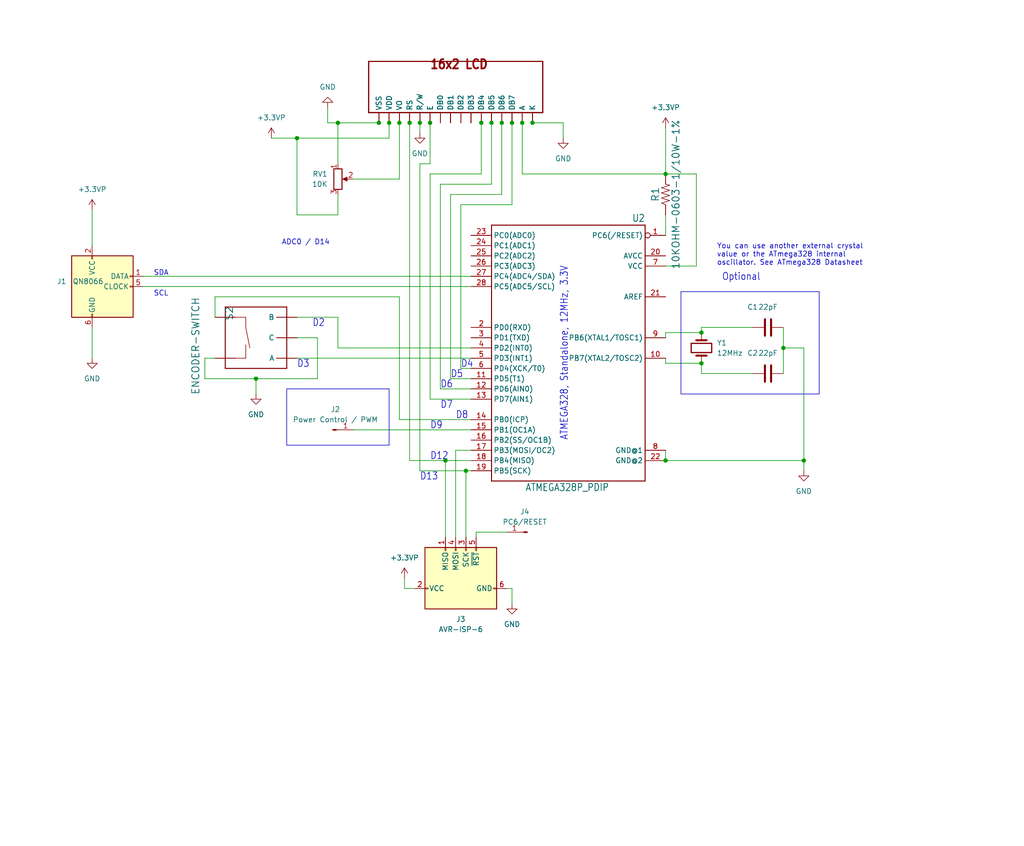
<source format=kicad_sch>
(kicad_sch (version 20230121) (generator eeschema)
  (paper "User" 254 210.007)
  (title_block (title "ATMEGA328 STANDALONE WITH LCD16x2, ENCODER AND QN8066") (company "Ricardo Lima Caratti"))
  (lib_symbols
    (symbol "Connector:AVR-ISP-6" (pin_names (offset 1.016))
      (property "Reference" "J" (at -6.35 11.43 0))
      (property "Value" "AVR-ISP-6" (at 0 11.43 0))
      (symbol "AVR-ISP-6_0_1"
        (rectangle (start -2.667 -6.858) (end -2.413 -7.62))
        (rectangle (start -2.667 10.16) (end -2.413 9.398))
        (rectangle (start 7.62 -2.413) (end 6.858 -2.667))
        (rectangle (start 7.62 0.127) (end 6.858 -0.127))
        (rectangle (start 7.62 2.667) (end 6.858 2.413))
        (rectangle (start 7.62 5.207) (end 6.858 4.953))
        (rectangle (start 7.62 10.16) (end -7.62 -7.62) (stroke (width 0.254)) (fill (type background)))
      )
      (symbol "AVR-ISP-6_1_1"
        (pin passive line (at 10.16 5.08 180) (length 2.54) (name "MISO") (number "1"))
        (pin passive line (at -2.54 12.7 270) (length 2.54) (name "VCC") (number "2"))
        (pin passive line (at 10.16 0 180) (length 2.54) (name "SCK") (number "3"))
        (pin passive line (at 10.16 2.54 180) (length 2.54) (name "MOSI") (number "4"))
        (pin passive line (at 10.16 -2.54 180) (length 2.54) (name "~{RST}") (number "5"))
        (pin passive line (at -2.54 -10.16 90) (length 2.54) (name "GND") (number "6"))
      )
    )
    (symbol "Connector:AVR-PDI-6" (pin_names (offset 1.016))
      (property "Reference" "J" (at -6.35 8.89 0))
      (property "Value" "AVR-PDI-6" (at 0 8.89 0))
      (symbol "AVR-PDI-6_0_1"
        (rectangle (start -2.667 -6.858) (end -2.413 -7.62))
        (rectangle (start -2.667 7.62) (end -2.413 6.858))
        (rectangle (start 7.62 0.127) (end 6.858 -0.127))
        (rectangle (start 7.62 2.667) (end 6.858 2.413))
        (rectangle (start 7.62 7.62) (end -7.62 -7.62) (stroke (width 0.254)) (fill (type background)))
      )
      (symbol "AVR-PDI-6_1_1"
        (pin passive line (at 10.16 2.54 180) (length 2.54) (name "DATA") (number "1"))
        (pin passive line (at -2.54 10.16 270) (length 2.54) (name "VCC") (number "2"))
        (pin no_connect line (at 7.62 -2.54 180) (length 2.54) hide (name "NC") (number "3"))
        (pin no_connect line (at 7.62 -5.08 180) (length 2.54) hide (name "NC") (number "4"))
        (pin passive line (at 10.16 0 180) (length 2.54) (name "CLOCK") (number "5"))
        (pin passive line (at -2.54 -10.16 90) (length 2.54) (name "GND") (number "6"))
      )
    )
    (symbol "Connector:Conn_01x01_Pin" (pin_names (offset 1.016) hide)
      (property "Reference" "J" (at 0 2.54 0))
      (property "Value" "Conn_01x01_Pin" (at 0 -2.54 0))
      (symbol "Conn_01x01_Pin_1_1"
        (polyline (pts (xy 1.27 0) (xy 0.8636 0)) (stroke (width 0.1524)))
        (rectangle (start 0.8636 0.127) (end 0 -0.127) (stroke (width 0.1524)) (fill (type outline)))
        (pin passive line (at 5.08 0 180) (length 3.81) (name "Pin_1") (number "1"))
      )
    )
    (symbol "Device:C" (pin_numbers hide) (pin_names (offset 0.254))
      (property "Reference" "C" (at 0.635 2.54 0))
      (property "Value" "C" (at 0.635 -2.54 0))
      (symbol "C_0_1"
        (polyline (pts (xy -2.032 -0.762) (xy 2.032 -0.762)) (stroke (width 0.508)))
        (polyline (pts (xy -2.032 0.762) (xy 2.032 0.762)) (stroke (width 0.508)))
      )
      (symbol "C_1_1"
        (pin passive line (at 0 3.81 270) (length 2.794) (name "~") (number "1"))
        (pin passive line (at 0 -3.81 90) (length 2.794) (name "~") (number "2"))
      )
    )
    (symbol "Device:Crystal" (pin_numbers hide) (pin_names (offset 1.016) hide)
      (property "Reference" "Y" (at 0 3.81 0))
      (property "Value" "Crystal" (at 0 -3.81 0))
      (symbol "Crystal_0_1"
        (rectangle (start -1.143 2.54) (end 1.143 -2.54) (stroke (width 0.3048)))
        (polyline (pts (xy -2.54 0) (xy -1.905 0)))
        (polyline (pts (xy -1.905 -1.27) (xy -1.905 1.27)) (stroke (width 0.508)))
        (polyline (pts (xy 1.905 -1.27) (xy 1.905 1.27)) (stroke (width 0.508)))
        (polyline (pts (xy 2.54 0) (xy 1.905 0)))
      )
      (symbol "Crystal_1_1"
        (pin passive line (at -3.81 0 0) (length 1.27) (name "1") (number "1"))
        (pin passive line (at 3.81 0 180) (length 1.27) (name "2") (number "2"))
      )
    )
    (symbol "Device:R_Potentiometer" (pin_names (offset 1.016) hide)
      (property "Reference" "RV" (at -4.445 0 90))
      (property "Value" "R_Potentiometer" (at -2.54 0 90))
      (symbol "R_Potentiometer_0_1"
        (polyline (pts (xy 2.54 0) (xy 1.524 0)))
        (polyline (pts (xy 1.143 0) (xy 2.286 0.508) (xy 2.286 -0.508) (xy 1.143 0)) (fill (type outline)))
        (rectangle (start 1.016 2.54) (end -1.016 -2.54) (stroke (width 0.254)))
      )
      (symbol "R_Potentiometer_1_1"
        (pin passive line (at 0 3.81 270) (length 1.27) (name "1") (number "1"))
        (pin passive line (at 3.81 0 180) (length 1.27) (name "2") (number "2"))
        (pin passive line (at 0 -3.81 90) (length 1.27) (name "3") (number "3"))
      )
    )
    (symbol "power:+3.3VP" (power) (pin_names (offset 0))
      (property "Value" "+3.3VP" (at 0 2.54 0))
      (symbol "+3.3VP_0_0"
        (pin power_in line (at 0 0 90) (length 0) hide (name "+3.3VP") (number "1"))
      )
      (symbol "+3.3VP_0_1"
        (polyline (pts (xy -0.762 1.27) (xy 0 2.54)))
        (polyline (pts (xy 0 0) (xy 0 2.54)))
        (polyline (pts (xy 0 2.54) (xy 0.762 1.27)))
      )
    )
    (symbol "power:GND" (power) (pin_names (offset 0))
      (property "Value" "GND" (at 0 -3.81 0))
      (symbol "GND_0_1"
        (polyline (pts (xy 0 0) (xy 0 -1.27) (xy 1.27 -1.27) (xy 0 -2.54) (xy -1.27 -1.27) (xy 0 -1.27)))
      )
      (symbol "GND_1_1"
        (pin power_in line (at 0 0 270) (length 0) hide (name "GND") (number "1"))
      )
    )
    (symbol "schematic_basic_atmega328_standalone_12MHz_LCD16x2-eagle-import:10KOHM-0603-1/10W-1%"
      (property "Reference" "R" (at 0 1.524 0))
      (symbol "10KOHM-0603-1/10W-1%_1_0"
        (polyline (pts (xy -2.54 0) (xy -2.159 1.016)) (stroke (width 0.1524)))
        (polyline (pts (xy -2.159 1.016) (xy -1.524 -1.016)) (stroke (width 0.1524)))
        (polyline (pts (xy -1.524 -1.016) (xy -0.889 1.016)) (stroke (width 0.1524)))
        (polyline (pts (xy -0.889 1.016) (xy -0.254 -1.016)) (stroke (width 0.1524)))
        (polyline (pts (xy -0.254 -1.016) (xy 0.381 1.016)) (stroke (width 0.1524)))
        (polyline (pts (xy 0.381 1.016) (xy 1.016 -1.016)) (stroke (width 0.1524)))
        (polyline (pts (xy 1.016 -1.016) (xy 1.651 1.016)) (stroke (width 0.1524)))
        (polyline (pts (xy 1.651 1.016) (xy 2.286 -1.016)) (stroke (width 0.1524)))
        (polyline (pts (xy 2.286 -1.016) (xy 2.54 0)) (stroke (width 0.1524)))
        (pin passive line (at -5.08 0 0) (length 2.54) (name "1") (number "1"))
        (pin passive line (at 5.08 0 180) (length 2.54) (name "2") (number "2"))
      )
    )
    (symbol "schematic_basic_atmega328_standalone_12MHz_LCD16x2-eagle-import:ATMEGA328P_PDIP"
      (property "Reference" "U" (at -17.78 28.702 0))
      (symbol "ATMEGA328P_PDIP_1_0"
        (polyline (pts (xy -17.78 -35.56) (xy -17.78 27.94)) (stroke (width 0.254)))
        (polyline (pts (xy -17.78 27.94) (xy 20.32 27.94)) (stroke (width 0.254)))
        (polyline (pts (xy 20.32 -35.56) (xy -17.78 -35.56)) (stroke (width 0.254)))
        (polyline (pts (xy 20.32 27.94) (xy 20.32 -35.56)) (stroke (width 0.254)))
        (pin bidirectional inverted (at -22.86 25.4 0) (length 5.08) (name "PC6(/RESET)") (number "1"))
        (pin bidirectional line (at -22.86 -5.08 0) (length 5.08) (name "PB7(XTAL2/TOSC2)") (number "10"))
        (pin bidirectional line (at 25.4 -10.16 180) (length 5.08) (name "PD5(T1)") (number "11"))
        (pin bidirectional line (at 25.4 -12.7 180) (length 5.08) (name "PD6(AIN0)") (number "12"))
        (pin bidirectional line (at 25.4 -15.24 180) (length 5.08) (name "PD7(AIN1)") (number "13"))
        (pin bidirectional line (at 25.4 -20.32 180) (length 5.08) (name "PB0(ICP)") (number "14"))
        (pin bidirectional line (at 25.4 -22.86 180) (length 5.08) (name "PB1(OC1A)") (number "15"))
        (pin bidirectional line (at 25.4 -25.4 180) (length 5.08) (name "PB2(SS/OC1B)") (number "16"))
        (pin bidirectional line (at 25.4 -27.94 180) (length 5.08) (name "PB3(MOSI/OC2)") (number "17"))
        (pin bidirectional line (at 25.4 -30.48 180) (length 5.08) (name "PB4(MISO)") (number "18"))
        (pin bidirectional line (at 25.4 -33.02 180) (length 5.08) (name "PB5(SCK)") (number "19"))
        (pin bidirectional line (at 25.4 2.54 180) (length 5.08) (name "PD0(RXD)") (number "2"))
        (pin bidirectional line (at -22.86 20.32 0) (length 5.08) (name "AVCC") (number "20"))
        (pin bidirectional line (at -22.86 10.16 0) (length 5.08) (name "AREF") (number "21"))
        (pin bidirectional line (at -22.86 -30.48 0) (length 5.08) (name "GND@2") (number "22"))
        (pin bidirectional line (at 25.4 25.4 180) (length 5.08) (name "PC0(ADC0)") (number "23"))
        (pin bidirectional line (at 25.4 22.86 180) (length 5.08) (name "PC1(ADC1)") (number "24"))
        (pin bidirectional line (at 25.4 20.32 180) (length 5.08) (name "PC2(ADC2)") (number "25"))
        (pin bidirectional line (at 25.4 17.78 180) (length 5.08) (name "PC3(ADC3)") (number "26"))
        (pin bidirectional line (at 25.4 15.24 180) (length 5.08) (name "PC4(ADC4/SDA)") (number "27"))
        (pin bidirectional line (at 25.4 12.7 180) (length 5.08) (name "PC5(ADC5/SCL)") (number "28"))
        (pin bidirectional line (at 25.4 0 180) (length 5.08) (name "PD1(TXD)") (number "3"))
        (pin bidirectional line (at 25.4 -2.54 180) (length 5.08) (name "PD2(INT0)") (number "4"))
        (pin bidirectional line (at 25.4 -5.08 180) (length 5.08) (name "PD3(INT1)") (number "5"))
        (pin bidirectional line (at 25.4 -7.62 180) (length 5.08) (name "PD4(XCK/T0)") (number "6"))
        (pin bidirectional line (at -22.86 17.78 0) (length 5.08) (name "VCC") (number "7"))
        (pin bidirectional line (at -22.86 -27.94 0) (length 5.08) (name "GND@1") (number "8"))
        (pin bidirectional line (at -22.86 0 0) (length 5.08) (name "PB6(XTAL1/TOSC1)") (number "9"))
      )
    )
    (symbol "schematic_basic_atmega328_standalone_12MHz_LCD16x2-eagle-import:ENCODER-SWITCH"
      (property "Reference" "S" (at -7.62 7.874 0))
      (symbol "ENCODER-SWITCH_1_0"
        (polyline (pts (xy -7.62 -7.62) (xy -7.62 7.62)) (stroke (width 0.254)))
        (polyline (pts (xy -7.62 7.62) (xy 7.62 7.62)) (stroke (width 0.254)))
        (polyline (pts (xy -5.08 -5.08) (xy -2.54 -5.08)) (stroke (width 0.1524)))
        (polyline (pts (xy -5.08 5.08) (xy -2.54 5.08)) (stroke (width 0.1524)))
        (polyline (pts (xy -2.54 -5.08) (xy -2.54 -1.778)) (stroke (width 0.1524)))
        (polyline (pts (xy -2.54 2.54) (xy -1.524 -2.54)) (stroke (width 0.1524)))
        (polyline (pts (xy -2.54 5.08) (xy -2.54 2.54)) (stroke (width 0.1524)))
        (polyline (pts (xy 7.62 -7.62) (xy -7.62 -7.62)) (stroke (width 0.254)))
        (polyline (pts (xy 7.62 7.62) (xy 7.62 -7.62)) (stroke (width 0.254)))
        (pin bidirectional line (at 10.16 -5.08 180) (length 5.08) (name "A") (number "A"))
        (pin bidirectional line (at 10.16 5.08 180) (length 5.08) (name "B") (number "B"))
        (pin bidirectional line (at 10.16 0 180) (length 5.08) (name "C") (number "C"))
        (pin bidirectional line (at -10.16 5.08 0) (length 5.08) (name "SW+") (number "SW+"))
        (pin bidirectional line (at -10.16 -5.08 0) (length 5.08) (name "SW-") (number "SW-"))
      )
    )
    (symbol "schematic_basic_atmega328_standalone_12MHz_LCD16x2-eagle-import:LCD-16X2SILK"
      (symbol "LCD-16X2SILK_1_0"
        (polyline (pts (xy -7.62 -20.32) (xy 5.08 -20.32)) (stroke (width 0.254)))
        (polyline (pts (xy -7.62 22.86) (xy -7.62 -20.32)) (stroke (width 0.254)))
        (polyline (pts (xy 5.08 -20.32) (xy 5.08 22.86)) (stroke (width 0.254)))
        (polyline (pts (xy 5.08 22.86) (xy -7.62 22.86)) (stroke (width 0.254)))
        (text "16x2 LCD" (at 3.048 -6.858 900) (effects (font (size 2.286 1.9431) (thickness 0.3886) bold) (justify left bottom)))
        (pin power_in line (at -10.16 20.32 0) (length 2.54) (name "VSS") (number "1"))
        (pin bidirectional line (at -10.16 -2.54 0) (length 2.54) (name "DB3") (number "10"))
        (pin bidirectional line (at -10.16 -5.08 0) (length 2.54) (name "DB4") (number "11"))
        (pin bidirectional line (at -10.16 -7.62 0) (length 2.54) (name "DB5") (number "12"))
        (pin bidirectional line (at -10.16 -10.16 0) (length 2.54) (name "DB6") (number "13"))
        (pin bidirectional line (at -10.16 -12.7 0) (length 2.54) (name "DB7") (number "14"))
        (pin power_in line (at -10.16 -15.24 0) (length 2.54) (name "A") (number "15"))
        (pin power_in line (at -10.16 -17.78 0) (length 2.54) (name "K") (number "16"))
        (pin power_in line (at -10.16 17.78 0) (length 2.54) (name "VDD") (number "2"))
        (pin bidirectional line (at -10.16 15.24 0) (length 2.54) (name "VO") (number "3"))
        (pin input line (at -10.16 12.7 0) (length 2.54) (name "RS") (number "4"))
        (pin input line (at -10.16 10.16 0) (length 2.54) (name "R/W") (number "5"))
        (pin input line (at -10.16 7.62 0) (length 2.54) (name "E") (number "6"))
        (pin bidirectional line (at -10.16 5.08 0) (length 2.54) (name "DB0") (number "7"))
        (pin bidirectional line (at -10.16 2.54 0) (length 2.54) (name "DB1") (number "8"))
        (pin bidirectional line (at -10.16 0 0) (length 2.54) (name "DB2") (number "9"))
      )
    )
  )
  (junction (at 106.68 30.48))
  (junction (at 121.92 30.48))
  (junction (at 173.99 82.55))
  (junction (at 119.38 30.48))
  (junction (at 129.54 30.48))
  (junction (at 99.06 30.48))
  (junction (at 96.52 30.48))
  (junction (at 165.1 43.18))
  (junction (at 63.5 93.98))
  (junction (at 93.98 30.48))
  (junction (at 115.57 116.84))
  (junction (at 127 30.48))
  (junction (at 104.14 30.48))
  (junction (at 101.6 30.48))
  (junction (at 165.1 114.3))
  (junction (at 173.99 90.17))
  (junction (at 83.82 30.48))
  (junction (at 199.39 114.3))
  (junction (at 132.08 30.48))
  (junction (at 124.46 30.48))
  (junction (at 110.49 114.3))
  (junction (at 73.66 34.29))
  (junction (at 194.31 86.36))
  (wire (pts (xy 104.14 116.84) (xy 115.57 116.84)) (stroke (width 0.1524)))
  (wire (pts (xy 87.63 44.45) (xy 99.06 44.45)))
  (wire (pts (xy 63.5 93.98) (xy 78.74 93.98)) (stroke (width 0.1524)))
  (wire (pts (xy 186.69 81.28) (xy 173.99 81.28)))
  (wire (pts (xy 116.84 86.36) (xy 83.82 86.36)) (stroke (width 0.1524)))
  (wire (pts (xy 118.11 133.35) (xy 118.11 132.08)))
  (wire (pts (xy 87.63 106.68) (xy 116.84 106.68)))
  (wire (pts (xy 121.92 45.72) (xy 109.22 45.72)) (stroke (width 0.1524)))
  (wire (pts (xy 139.7 34.29) (xy 139.7 30.48)))
  (wire (pts (xy 110.49 114.3) (xy 110.49 133.35)))
  (wire (pts (xy 127 50.8) (xy 114.3 50.8)) (stroke (width 0.1524)))
  (wire (pts (xy 186.69 92.71) (xy 173.99 92.71)))
  (wire (pts (xy 139.7 30.48) (xy 132.08 30.48)))
  (wire (pts (xy 114.3 91.44) (xy 116.84 91.44)) (stroke (width 0.1524)))
  (wire (pts (xy 111.76 93.98) (xy 116.84 93.98)) (stroke (width 0.1524)))
  (wire (pts (xy 110.49 114.3) (xy 101.6 114.3)) (stroke (width 0.1524)))
  (wire (pts (xy 83.82 53.34) (xy 73.66 53.34)))
  (wire (pts (xy 115.57 116.84) (xy 115.57 133.35)))
  (wire (pts (xy 129.54 43.18) (xy 165.1 43.18)) (stroke (width 0.1524)))
  (wire (pts (xy 114.3 50.8) (xy 114.3 91.44)) (stroke (width 0.1524)))
  (wire (pts (xy 83.82 78.74) (xy 83.82 86.36)) (stroke (width 0.1524)))
  (wire (pts (xy 116.84 88.9) (xy 73.66 88.9)) (stroke (width 0.1524)))
  (wire (pts (xy 165.1 90.17) (xy 173.99 90.17)))
  (wire (pts (xy 104.14 29.21) (xy 104.14 30.48)))
  (wire (pts (xy 22.86 81.28) (xy 22.86 88.9)))
  (wire (pts (xy 165.1 114.3) (xy 199.39 114.3)) (stroke (width 0.1524)))
  (wire (pts (xy 172.72 43.18) (xy 165.1 43.18)) (stroke (width 0.1524)))
  (wire (pts (xy 119.38 30.48) (xy 119.38 43.18)) (stroke (width 0.1524)))
  (wire (pts (xy 106.68 30.48) (xy 106.68 40.64)) (stroke (width 0.1524)))
  (wire (pts (xy 172.72 66.04) (xy 172.72 43.18)) (stroke (width 0.1524)))
  (wire (pts (xy 109.22 45.72) (xy 109.22 96.52)) (stroke (width 0.1524)))
  (wire (pts (xy 109.22 96.52) (xy 116.84 96.52)) (stroke (width 0.1524)))
  (wire (pts (xy 83.82 48.26) (xy 83.82 53.34)))
  (wire (pts (xy 173.99 81.28) (xy 173.99 82.55)))
  (wire (pts (xy 104.14 40.64) (xy 104.14 116.84)) (stroke (width 0.1524)))
  (wire (pts (xy 199.39 114.3) (xy 199.39 86.36)))
  (wire (pts (xy 165.1 53.34) (xy 165.1 58.42)) (stroke (width 0.1524)))
  (wire (pts (xy 165.1 83.82) (xy 165.1 82.55)))
  (wire (pts (xy 125.73 146.05) (xy 127 146.05)))
  (wire (pts (xy 67.31 34.29) (xy 73.66 34.29)))
  (wire (pts (xy 165.1 66.04) (xy 172.72 66.04)) (stroke (width 0.1524)))
  (wire (pts (xy 99.06 73.66) (xy 53.34 73.66)))
  (wire (pts (xy 81.28 26.67) (xy 81.28 30.48)))
  (wire (pts (xy 116.84 68.58) (xy 40.64 68.58)) (stroke (width 0.1524)))
  (wire (pts (xy 106.68 40.64) (xy 104.14 40.64)) (stroke (width 0.1524)))
  (wire (pts (xy 50.8 93.98) (xy 63.5 93.98)) (stroke (width 0.1524)))
  (wire (pts (xy 101.6 114.3) (xy 101.6 30.48)) (stroke (width 0.1524)))
  (wire (pts (xy 53.34 73.66) (xy 53.34 78.74)))
  (wire (pts (xy 129.54 30.48) (xy 129.54 43.18)) (stroke (width 0.1524)))
  (wire (pts (xy 73.66 78.74) (xy 83.82 78.74)) (stroke (width 0.1524)))
  (wire (pts (xy 165.1 88.9) (xy 165.1 90.17)))
  (wire (pts (xy 81.28 30.48) (xy 83.82 30.48)))
  (wire (pts (xy 96.52 34.29) (xy 96.52 30.48)))
  (wire (pts (xy 116.84 114.3) (xy 110.49 114.3)) (stroke (width 0.1524)))
  (wire (pts (xy 173.99 92.71) (xy 173.99 90.17)))
  (wire (pts (xy 115.57 116.84) (xy 116.84 116.84)) (stroke (width 0.1524)))
  (wire (pts (xy 35.56 68.58) (xy 40.64 68.58)))
  (wire (pts (xy 165.1 82.55) (xy 173.99 82.55)))
  (wire (pts (xy 121.92 30.48) (xy 121.92 45.72)) (stroke (width 0.1524)))
  (wire (pts (xy 199.39 86.36) (xy 194.31 86.36)))
  (wire (pts (xy 78.74 83.82) (xy 78.74 93.98)) (stroke (width 0.1524)))
  (wire (pts (xy 111.76 48.26) (xy 111.76 93.98)) (stroke (width 0.1524)))
  (wire (pts (xy 102.87 146.05) (xy 100.33 146.05)))
  (wire (pts (xy 63.5 93.98) (xy 63.5 97.79)))
  (wire (pts (xy 73.66 34.29) (xy 96.52 34.29)))
  (wire (pts (xy 165.1 111.76) (xy 165.1 114.3)) (stroke (width 0.1524)))
  (wire (pts (xy 127 30.48) (xy 127 50.8)) (stroke (width 0.1524)))
  (wire (pts (xy 165.1 31.75) (xy 165.1 43.18)))
  (wire (pts (xy 113.03 111.76) (xy 116.84 111.76)))
  (wire (pts (xy 118.11 132.08) (xy 125.73 132.08)))
  (wire (pts (xy 199.39 114.3) (xy 199.39 116.84)) (stroke (width 0.1524)))
  (wire (pts (xy 106.68 43.18) (xy 106.68 99.06)) (stroke (width 0.1524)))
  (wire (pts (xy 22.86 52.07) (xy 22.86 60.96)))
  (wire (pts (xy 73.66 83.82) (xy 78.74 83.82)) (stroke (width 0.1524)))
  (wire (pts (xy 73.66 53.34) (xy 73.66 34.29)))
  (wire (pts (xy 127 146.05) (xy 127 149.86)))
  (wire (pts (xy 35.56 71.12) (xy 116.84 71.12)))
  (wire (pts (xy 104.14 30.48) (xy 104.14 33.02)))
  (wire (pts (xy 124.46 48.26) (xy 111.76 48.26)) (stroke (width 0.1524)))
  (wire (pts (xy 116.84 104.14) (xy 99.06 104.14)))
  (wire (pts (xy 53.34 88.9) (xy 50.8 88.9)) (stroke (width 0.1524)))
  (wire (pts (xy 83.82 30.48) (xy 83.82 40.64)))
  (wire (pts (xy 113.03 133.35) (xy 113.03 111.76)))
  (wire (pts (xy 99.06 30.48) (xy 99.06 44.45)))
  (wire (pts (xy 99.06 104.14) (xy 99.06 73.66)))
  (wire (pts (xy 106.68 99.06) (xy 116.84 99.06)) (stroke (width 0.1524)))
  (wire (pts (xy 50.8 88.9) (xy 50.8 93.98)) (stroke (width 0.1524)))
  (wire (pts (xy 194.31 86.36) (xy 194.31 92.71)))
  (wire (pts (xy 83.82 30.48) (xy 93.98 30.48)))
  (wire (pts (xy 100.33 146.05) (xy 100.33 143.51)))
  (wire (pts (xy 194.31 81.28) (xy 194.31 86.36)))
  (wire (pts (xy 119.38 43.18) (xy 106.68 43.18)) (stroke (width 0.1524)))
  (wire (pts (xy 124.46 30.48) (xy 124.46 48.26)) (stroke (width 0.1524)))
  (rectangle (start 168.91 72.39) (end 203.2 97.79))
  (rectangle (start 71.12 96.52) (end 96.52 110.49))
  (text "D6" (at 109.22 96.52 0) (effects (font (size 1.778 1.5113)) (justify left bottom)))
  (text "SDA" (at 38.1 68.58 0) (effects (font (size 1.27 1.27)) (justify left bottom)))
  (text "D12" (at 106.68 114.3 0) (effects (font (size 1.778 1.5113)) (justify left bottom)))
  (text "D13" (at 104.14 119.38 0) (effects (font (size 1.778 1.5113)) (justify left bottom)))
  (text "D9" (at 106.68 106.68 0) (effects (font (size 1.778 1.5113)) (justify left bottom)))
  (text "D3" (at 73.66 91.44 0) (effects (font (size 1.778 1.5113)) (justify left bottom)))
  (text "D8" (at 113.03 104.14 0) (effects (font (size 1.778 1.5113)) (justify left bottom)))
  (text "ADC0 / D14" (at 69.85 60.96 0) (effects (font (size 1.27 1.27)) (justify left bottom)))
  (text "D4" (at 114.3 91.44 0) (effects (font (size 1.778 1.5113)) (justify left bottom)))
  (text "ATMEGA328, Standalone, 12MHz, 3.3V" (at 140.97 66.04 90) (effects (font (size 1.778 1.5113)) (justify right bottom)))
  (text "D7" (at 109.22 101.6 0) (effects (font (size 1.778 1.5113)) (justify left bottom)))
  (text "D2" (at 77.47 81.28 0) (effects (font (size 1.778 1.5113)) (justify left bottom)))
  (text "Optional" (at 179.07 69.85 0) (effects (font (size 1.778 1.5113)) (justify left bottom)))
  (text "You can use another external crystal\nvalue or the ATmega328 internal \noscillator. See ATmega328 Datasheet" (at 177.8 66.04 0) (effects (font (size 1.27 1.27)) (justify left bottom)))
  (text "D5" (at 111.76 93.98 0) (effects (font (size 1.778 1.5113)) (justify left bottom)))
  (text "SCL" (at 38.1 73.66 0) (effects (font (size 1.27 1.27)) (justify left bottom)))
  (symbol (lib_id "Connector:AVR-ISP-6") (at 115.57 143.51 90) (unit 1)
    (property "Reference" "J3" (at 114.3 153.67 90))
    (property "Value" "AVR-ISP-6" (at 114.3 156.21 90))
    (property "Datasheet" " ~" (effects hide))
  )
  (symbol (lib_id "schematic_basic_atmega328_standalone_12MHz_LCD16x2-eagle-import:LCD-16X2SILK") (at 114.3 20.32 90) (unit 1)
    (property "Reference" "LCD1" (effects hide))
    (property "Value" "LCD-16X2SILK" (effects hide))
    (property "Footprint" "schematic_basic_atmega328_standalone_12MHz_LCD16x2:LCD-16X2" (effects hide))
  )
  (symbol (lib_id "Device:Crystal") (at 173.99 86.36 270) (unit 1)
    (property "Reference" "Y1" (at 177.8 85.09 90) (effects (justify left)))
    (property "Value" "12MHz" (at 177.8 87.63 90) (effects (justify left)))
  )
  (symbol (lib_id "power:+3.3VP") (at 22.86 52.07 0) (unit 1)
    (property "Reference" "#PWR02" (effects hide))
    (property "Value" "+3.3VP" (at 22.86 46.99 0))
  )
  (symbol (lib_id "Connector:Conn_01x01_Pin") (at 130.81 132.08 180) (unit 1)
    (property "Reference" "J4" (at 130.175 127 0))
    (property "Value" "PC6/RESET" (at 130.175 129.54 0))
  )
  (symbol (lib_id "power:+3.3VP") (at 67.31 34.29 0) (unit 1)
    (property "Reference" "#PWR01" (effects hide))
    (property "Value" "+3.3VP" (at 67.31 29.21 0))
  )
  (symbol (lib_id "power:GND") (at 63.5 97.79 0) (unit 1)
    (property "Reference" "#PWR06" (effects hide))
    (property "Value" "GND" (at 63.5 102.87 0))
  )
  (symbol (lib_id "schematic_basic_atmega328_standalone_12MHz_LCD16x2-eagle-import:ENCODER-SWITCH") (at 63.5 83.82 0) (unit 1)
    (property "Reference" "S2" (at 55.88 75.946 90) (effects (font (size 1.778 1.778)) (justify right top)))
    (property "Value" "ENCODER-SWITCH" (at 49.53 73.66 90) (effects (font (size 1.778 1.778)) (justify right bottom)))
    (property "Footprint" "schematic_basic_atmega328_standalone_12MHz_LCD16x2:ROTARY_ENC_PLAIN" (effects hide))
  )
  (symbol (lib_id "schematic_basic_atmega328_standalone_12MHz_LCD16x2-eagle-import:ATMEGA328P_PDIP") (at 142.24 83.82 0) (mirror y) (unit 1)
    (property "Reference" "U2" (at 160.02 55.118 0) (effects (font (size 1.778 1.5113)) (justify left bottom)))
    (property "Value" "ATMEGA328P_PDIP" (at 151.13 121.92 0) (effects (font (size 1.778 1.5113)) (justify left bottom)))
    (property "Footprint" "schematic_basic_atmega328_standalone_12MHz_LCD16x2:DIP28" (effects hide))
  )
  (symbol (lib_id "Device:C") (at 190.5 81.28 90) (unit 1)
    (property "Reference" "C1" (at 186.69 76.2 90))
    (property "Value" "22pF" (at 190.5 76.2 90))
  )
  (symbol (lib_id "power:+3.3VP") (at 165.1 31.75 0) (unit 1)
    (property "Reference" "#PWR09" (effects hide))
    (property "Value" "+3.3VP" (at 165.1 26.67 0))
  )
  (symbol (lib_id "power:GND") (at 127 149.86 0) (unit 1)
    (property "Reference" "#PWR010" (effects hide))
    (property "Value" "GND" (at 127 154.94 0))
  )
  (symbol (lib_id "power:GND") (at 22.86 88.9 0) (unit 1)
    (property "Reference" "#PWR08" (effects hide))
    (property "Value" "GND" (at 22.86 93.98 0))
  )
  (symbol (lib_id "power:GND") (at 199.39 116.84 0) (unit 1)
    (property "Reference" "#PWR05" (effects hide))
    (property "Value" "GND" (at 199.39 121.92 0))
  )
  (symbol (lib_id "schematic_basic_atmega328_standalone_12MHz_LCD16x2-eagle-import:LCD-16X2SILK") (at 114.3 20.32 90) (unit 1)
    (property "Reference" "LCD2" (effects hide))
    (property "Value" "LCD-16X2SILK" (effects hide))
    (property "Footprint" "schematic_basic_atmega328_standalone_12MHz_LCD16x2:LCD-16X2" (effects hide))
  )
  (symbol (lib_id "Connector:AVR-PDI-6") (at 25.4 71.12 0) (unit 1)
    (property "Reference" "J1" (at 16.51 69.85 0) (effects (justify right)))
    (property "Value" "QN8066 " (at 26.67 69.85 0) (effects (justify right)))
    (property "Datasheet" " ~" (effects hide))
  )
  (symbol (lib_id "schematic_basic_atmega328_standalone_12MHz_LCD16x2-eagle-import:10KOHM-0603-1/10W-1%") (at 165.1 48.26 90) (unit 1)
    (property "Reference" "R1" (at 163.576 48.26 0) (effects (font (size 1.778 1.778)) (justify bottom)))
    (property "Value" "10KOHM-0603-1/10W-1%" (at 166.624 48.26 0) (effects (font (size 1.778 1.778)) (justify top)))
    (property "Footprint" "schematic_basic_atmega328_standalone_12MHz_LCD16x2:0603" (effects hide))
  )
  (symbol (lib_id "power:+3.3VP") (at 100.33 143.51 0) (unit 1)
    (property "Reference" "#PWR011" (effects hide))
    (property "Value" "+3.3VP" (at 100.33 138.43 0))
  )
  (symbol (lib_id "power:GND") (at 139.7 34.29 0) (unit 1)
    (property "Reference" "#PWR04" (effects hide))
    (property "Value" "GND" (at 139.7 39.37 0))
  )
  (symbol (lib_id "Device:R_Potentiometer") (at 83.82 44.45 0) (unit 1)
    (property "Reference" "RV1" (at 81.28 43.18 0) (effects (justify right)))
    (property "Value" "10K" (at 81.28 45.72 0) (effects (justify right)))
  )
  (symbol (lib_id "power:GND") (at 81.28 26.67 180) (unit 1)
    (property "Reference" "#PWR07" (effects hide))
    (property "Value" "GND" (at 81.28 21.59 0))
  )
  (symbol (lib_id "power:GND") (at 104.14 33.02 0) (unit 1)
    (property "Reference" "#PWR03" (effects hide))
    (property "Value" "GND" (at 104.14 38.1 0))
  )
  (symbol (lib_id "Device:C") (at 190.5 92.71 90) (unit 1)
    (property "Reference" "C2" (at 186.69 87.63 90))
    (property "Value" "22pF" (at 190.5 87.63 90))
  )
  (symbol (lib_id "Connector:Conn_01x01_Pin") (at 82.55 106.68 0) (unit 1)
    (property "Reference" "J2" (at 83.185 101.6 0))
    (property "Value" "Power Control / PWM" (at 83.185 104.14 0))
  )
)
</source>
